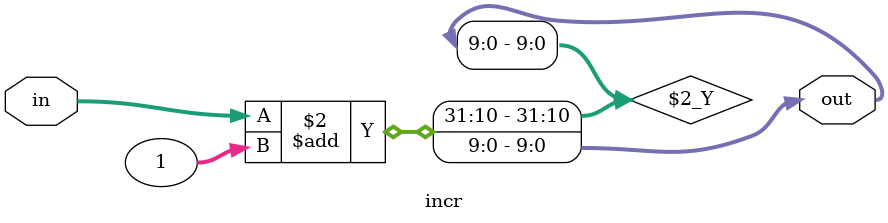
<source format=v>
module incr #(parameter WIDTH=10) (
	input [WIDTH-1:0] in,
	output reg [WIDTH-1:0] out);
	
	always @(*) begin
		out <= in + 1;
	end
	
endmodule
</source>
